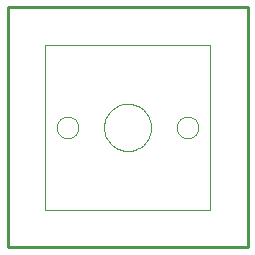
<source format=gbo>
G75*
G70*
%OFA0B0*%
%FSLAX24Y24*%
%IPPOS*%
%LPD*%
%AMOC8*
5,1,8,0,0,1.08239X$1,22.5*
%
%ADD10C,0.0100*%
%ADD11C,0.0039*%
%ADD12C,0.0000*%
D10*
X000813Y000736D02*
X000813Y008736D01*
X008813Y008736D01*
X008813Y000736D01*
X000813Y000736D01*
D11*
X002063Y001986D02*
X007563Y001986D01*
X007563Y007486D01*
X002063Y007486D01*
X002063Y001986D01*
D12*
X002458Y004736D02*
X002460Y004773D01*
X002466Y004810D01*
X002475Y004846D01*
X002489Y004880D01*
X002506Y004913D01*
X002526Y004945D01*
X002549Y004974D01*
X002575Y005000D01*
X002604Y005023D01*
X002635Y005043D01*
X002669Y005060D01*
X002703Y005074D01*
X002739Y005083D01*
X002776Y005089D01*
X002813Y005091D01*
X002850Y005089D01*
X002887Y005083D01*
X002923Y005074D01*
X002957Y005060D01*
X002990Y005043D01*
X003022Y005023D01*
X003051Y005000D01*
X003077Y004974D01*
X003100Y004945D01*
X003120Y004914D01*
X003137Y004880D01*
X003151Y004846D01*
X003160Y004810D01*
X003166Y004773D01*
X003168Y004736D01*
X003166Y004699D01*
X003160Y004662D01*
X003151Y004626D01*
X003137Y004592D01*
X003120Y004559D01*
X003100Y004527D01*
X003077Y004498D01*
X003051Y004472D01*
X003022Y004449D01*
X002991Y004429D01*
X002957Y004412D01*
X002923Y004398D01*
X002887Y004389D01*
X002850Y004383D01*
X002813Y004381D01*
X002776Y004383D01*
X002739Y004389D01*
X002703Y004398D01*
X002669Y004412D01*
X002636Y004429D01*
X002604Y004449D01*
X002575Y004472D01*
X002549Y004498D01*
X002526Y004527D01*
X002506Y004558D01*
X002489Y004592D01*
X002475Y004626D01*
X002466Y004662D01*
X002460Y004699D01*
X002458Y004736D01*
X004028Y004736D02*
X004030Y004791D01*
X004036Y004846D01*
X004046Y004901D01*
X004059Y004955D01*
X004076Y005007D01*
X004097Y005059D01*
X004122Y005108D01*
X004150Y005156D01*
X004181Y005202D01*
X004216Y005245D01*
X004253Y005286D01*
X004293Y005324D01*
X004336Y005359D01*
X004381Y005392D01*
X004429Y005420D01*
X004478Y005446D01*
X004529Y005468D01*
X004581Y005486D01*
X004634Y005500D01*
X004689Y005511D01*
X004744Y005518D01*
X004799Y005521D01*
X004855Y005520D01*
X004910Y005515D01*
X004964Y005506D01*
X005018Y005494D01*
X005071Y005477D01*
X005123Y005457D01*
X005173Y005434D01*
X005221Y005406D01*
X005268Y005376D01*
X005312Y005342D01*
X005353Y005306D01*
X005392Y005266D01*
X005428Y005224D01*
X005461Y005179D01*
X005491Y005132D01*
X005517Y005084D01*
X005540Y005033D01*
X005559Y004981D01*
X005574Y004928D01*
X005586Y004874D01*
X005594Y004819D01*
X005598Y004764D01*
X005598Y004708D01*
X005594Y004653D01*
X005586Y004598D01*
X005574Y004544D01*
X005559Y004491D01*
X005540Y004439D01*
X005517Y004388D01*
X005491Y004340D01*
X005461Y004293D01*
X005428Y004248D01*
X005392Y004206D01*
X005353Y004166D01*
X005312Y004130D01*
X005268Y004096D01*
X005221Y004066D01*
X005173Y004038D01*
X005123Y004015D01*
X005071Y003995D01*
X005018Y003978D01*
X004964Y003966D01*
X004910Y003957D01*
X004855Y003952D01*
X004799Y003951D01*
X004744Y003954D01*
X004689Y003961D01*
X004634Y003972D01*
X004581Y003986D01*
X004529Y004004D01*
X004478Y004026D01*
X004429Y004052D01*
X004381Y004080D01*
X004336Y004113D01*
X004293Y004148D01*
X004253Y004186D01*
X004216Y004227D01*
X004181Y004270D01*
X004150Y004316D01*
X004122Y004364D01*
X004097Y004413D01*
X004076Y004465D01*
X004059Y004517D01*
X004046Y004571D01*
X004036Y004626D01*
X004030Y004681D01*
X004028Y004736D01*
X006458Y004736D02*
X006460Y004773D01*
X006466Y004810D01*
X006475Y004846D01*
X006489Y004880D01*
X006506Y004913D01*
X006526Y004945D01*
X006549Y004974D01*
X006575Y005000D01*
X006604Y005023D01*
X006635Y005043D01*
X006669Y005060D01*
X006703Y005074D01*
X006739Y005083D01*
X006776Y005089D01*
X006813Y005091D01*
X006850Y005089D01*
X006887Y005083D01*
X006923Y005074D01*
X006957Y005060D01*
X006990Y005043D01*
X007022Y005023D01*
X007051Y005000D01*
X007077Y004974D01*
X007100Y004945D01*
X007120Y004914D01*
X007137Y004880D01*
X007151Y004846D01*
X007160Y004810D01*
X007166Y004773D01*
X007168Y004736D01*
X007166Y004699D01*
X007160Y004662D01*
X007151Y004626D01*
X007137Y004592D01*
X007120Y004559D01*
X007100Y004527D01*
X007077Y004498D01*
X007051Y004472D01*
X007022Y004449D01*
X006991Y004429D01*
X006957Y004412D01*
X006923Y004398D01*
X006887Y004389D01*
X006850Y004383D01*
X006813Y004381D01*
X006776Y004383D01*
X006739Y004389D01*
X006703Y004398D01*
X006669Y004412D01*
X006636Y004429D01*
X006604Y004449D01*
X006575Y004472D01*
X006549Y004498D01*
X006526Y004527D01*
X006506Y004558D01*
X006489Y004592D01*
X006475Y004626D01*
X006466Y004662D01*
X006460Y004699D01*
X006458Y004736D01*
M02*

</source>
